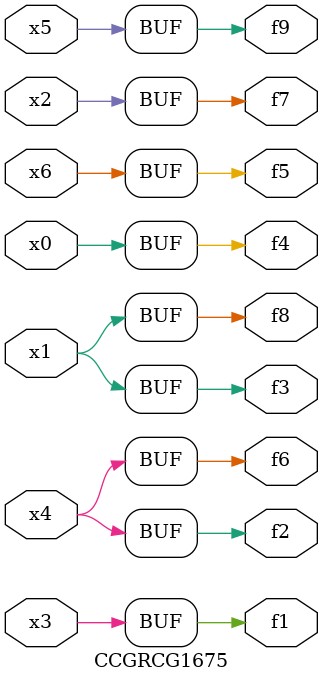
<source format=v>
module CCGRCG1675(
	input x0, x1, x2, x3, x4, x5, x6,
	output f1, f2, f3, f4, f5, f6, f7, f8, f9
);
	assign f1 = x3;
	assign f2 = x4;
	assign f3 = x1;
	assign f4 = x0;
	assign f5 = x6;
	assign f6 = x4;
	assign f7 = x2;
	assign f8 = x1;
	assign f9 = x5;
endmodule

</source>
